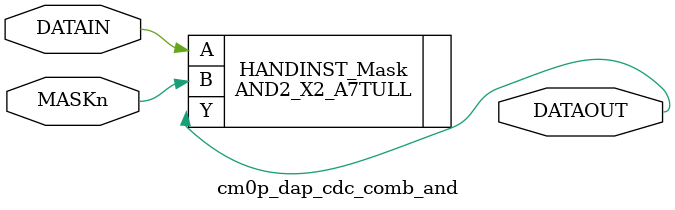
<source format=v>

module cm0p_dap_cdc_comb_and
          (input  wire DATAIN,   // Data to be Masked
           input  wire MASKn,    // Mask Enable
           output wire DATAOUT); // Masked Data Output


  // --------------------------------------------------------------------------
  // This module is instantiated where an AND gate mask is required on a CDC
  // interface. In this case, it is necesssary to ensure that the output of
  // the mask does not glitch when the mask input is low.
  //
  // The implementation of this module must ensure that this requirement is
  // met.
  // --------------------------------------------------------------------------

  // --------------------------------------------------------------------------
  // In this example, the above behaviour is ensured by using an AND2 gate
  // To mask the data signal. The synthesis tool should be configured so that
  // these gates arent resynthesised into alternative gates, though resizing
  // is allowed.
  // --------------------------------------------------------------------------

  //----------------------------------------------------------------------------
  // Beginning of main code
  //----------------------------------------------------------------------------

  // AND Gate Mask
  AND2_X2_A7TULL HANDINST_Mask
    (.A (DATAIN),
     .B (MASKn),
     .Y (DATAOUT));

endmodule

</source>
